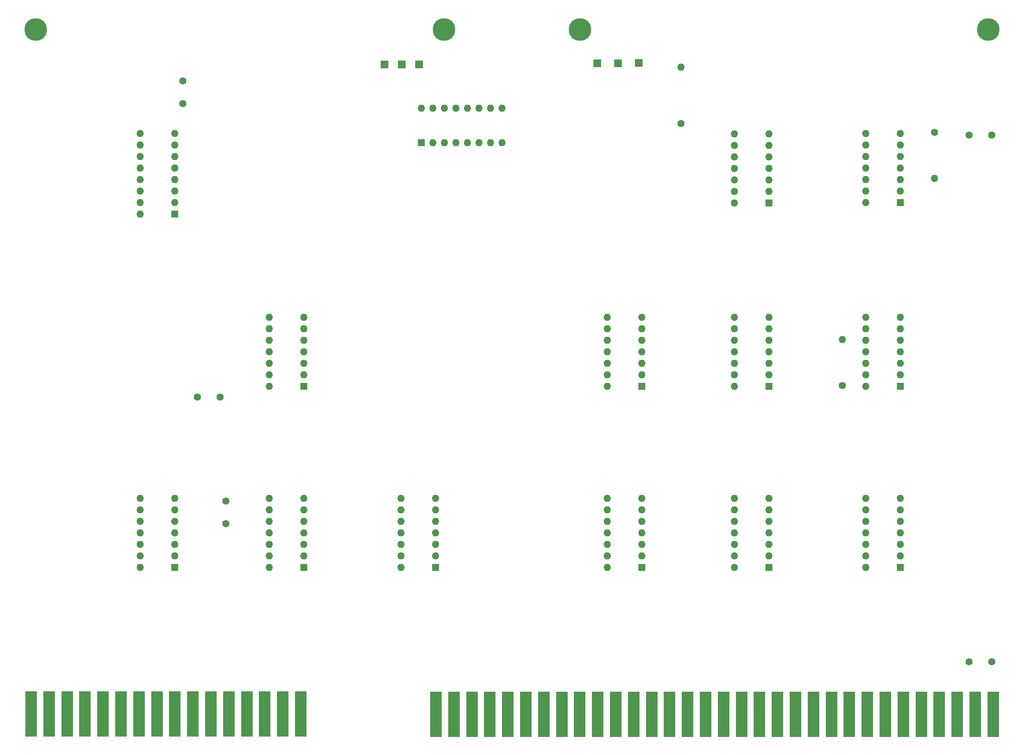
<source format=gbr>
%TF.GenerationSoftware,KiCad,Pcbnew,(6.0.4-0)*%
%TF.CreationDate,2022-10-26T21:30:12+11:00*%
%TF.ProjectId,program counter and adder logic,70726f67-7261-46d2-9063-6f756e746572,rev?*%
%TF.SameCoordinates,Original*%
%TF.FileFunction,Soldermask,Bot*%
%TF.FilePolarity,Negative*%
%FSLAX46Y46*%
G04 Gerber Fmt 4.6, Leading zero omitted, Abs format (unit mm)*
G04 Created by KiCad (PCBNEW (6.0.4-0)) date 2022-10-26 21:30:12*
%MOMM*%
%LPD*%
G01*
G04 APERTURE LIST*
%ADD10R,2.540000X10.000000*%
%ADD11R,1.600000X1.600000*%
%ADD12O,1.600000X1.600000*%
%ADD13R,1.700000X1.700000*%
%ADD14C,1.600000*%
%ADD15C,5.000000*%
G04 APERTURE END LIST*
D10*
%TO.C,J1*%
X251050000Y-174170000D03*
X247087600Y-174170000D03*
X243125200Y-174170000D03*
X239162800Y-174170000D03*
X235200400Y-174170000D03*
X231238000Y-174170000D03*
X227275600Y-174170000D03*
X223313200Y-174170000D03*
X219350800Y-174170000D03*
X215388400Y-174170000D03*
X211426000Y-174170000D03*
X207463600Y-174170000D03*
X203501200Y-174170000D03*
X199538800Y-174170000D03*
X195576400Y-174170000D03*
X191614000Y-174170000D03*
X187651600Y-174170000D03*
X183689200Y-174170000D03*
X179726800Y-174170000D03*
X175764400Y-174170000D03*
X171802000Y-174170000D03*
X167839600Y-174170000D03*
X163877200Y-174170000D03*
X159914800Y-174170000D03*
X155952400Y-174170000D03*
X151990000Y-174170000D03*
X148027600Y-174170000D03*
X144065200Y-174170000D03*
X140102800Y-174170000D03*
X136140400Y-174170000D03*
X132178000Y-174170000D03*
X128215600Y-174170000D03*
%TD*%
%TO.C,J5*%
X98423200Y-174058000D03*
X94460800Y-174058000D03*
X90498400Y-174058000D03*
X86536000Y-174058000D03*
X82573600Y-174058000D03*
X78611200Y-174058000D03*
X74648800Y-174058000D03*
X70686400Y-174058000D03*
X66724000Y-174058000D03*
X62761600Y-174058000D03*
X58799200Y-174058000D03*
X54836800Y-174058000D03*
X50874400Y-174058000D03*
X46912000Y-174058000D03*
X42949600Y-174058000D03*
X38987200Y-174058000D03*
%TD*%
D11*
%TO.C,U5*%
X99120000Y-101740000D03*
D12*
X99120000Y-99200000D03*
X99120000Y-96660000D03*
X99120000Y-94120000D03*
X99120000Y-91580000D03*
X99120000Y-89040000D03*
X99120000Y-86500000D03*
X91500000Y-86500000D03*
X91500000Y-89040000D03*
X91500000Y-91580000D03*
X91500000Y-94120000D03*
X91500000Y-96660000D03*
X91500000Y-99200000D03*
X91500000Y-101740000D03*
%TD*%
D11*
%TO.C,U6*%
X173620000Y-101740000D03*
D12*
X173620000Y-99200000D03*
X173620000Y-96660000D03*
X173620000Y-94120000D03*
X173620000Y-91580000D03*
X173620000Y-89040000D03*
X173620000Y-86500000D03*
X166000000Y-86500000D03*
X166000000Y-89040000D03*
X166000000Y-91580000D03*
X166000000Y-94120000D03*
X166000000Y-96660000D03*
X166000000Y-99200000D03*
X166000000Y-101740000D03*
%TD*%
D11*
%TO.C,U9*%
X70620000Y-141740000D03*
D12*
X70620000Y-139200000D03*
X70620000Y-136660000D03*
X70620000Y-134120000D03*
X70620000Y-131580000D03*
X70620000Y-129040000D03*
X70620000Y-126500000D03*
X63000000Y-126500000D03*
X63000000Y-129040000D03*
X63000000Y-131580000D03*
X63000000Y-134120000D03*
X63000000Y-136660000D03*
X63000000Y-139200000D03*
X63000000Y-141740000D03*
%TD*%
D11*
%TO.C,U10*%
X99120000Y-141740000D03*
D12*
X99120000Y-139200000D03*
X99120000Y-136660000D03*
X99120000Y-134120000D03*
X99120000Y-131580000D03*
X99120000Y-129040000D03*
X99120000Y-126500000D03*
X91500000Y-126500000D03*
X91500000Y-129040000D03*
X91500000Y-131580000D03*
X91500000Y-134120000D03*
X91500000Y-136660000D03*
X91500000Y-139200000D03*
X91500000Y-141740000D03*
%TD*%
D11*
%TO.C,U11*%
X128120000Y-141740000D03*
D12*
X128120000Y-139200000D03*
X128120000Y-136660000D03*
X128120000Y-134120000D03*
X128120000Y-131580000D03*
X128120000Y-129040000D03*
X128120000Y-126500000D03*
X120500000Y-126500000D03*
X120500000Y-129040000D03*
X120500000Y-131580000D03*
X120500000Y-134120000D03*
X120500000Y-136660000D03*
X120500000Y-139200000D03*
X120500000Y-141740000D03*
%TD*%
D11*
%TO.C,U12*%
X173620000Y-141740000D03*
D12*
X173620000Y-139200000D03*
X173620000Y-136660000D03*
X173620000Y-134120000D03*
X173620000Y-131580000D03*
X173620000Y-129040000D03*
X173620000Y-126500000D03*
X166000000Y-126500000D03*
X166000000Y-129040000D03*
X166000000Y-131580000D03*
X166000000Y-134120000D03*
X166000000Y-136660000D03*
X166000000Y-139200000D03*
X166000000Y-141740000D03*
%TD*%
D11*
%TO.C,U13*%
X201620000Y-141740000D03*
D12*
X201620000Y-139200000D03*
X201620000Y-136660000D03*
X201620000Y-134120000D03*
X201620000Y-131580000D03*
X201620000Y-129040000D03*
X201620000Y-126500000D03*
X194000000Y-126500000D03*
X194000000Y-129040000D03*
X194000000Y-131580000D03*
X194000000Y-134120000D03*
X194000000Y-136660000D03*
X194000000Y-139200000D03*
X194000000Y-141740000D03*
%TD*%
D11*
%TO.C,U14*%
X230620000Y-141740000D03*
D12*
X230620000Y-139200000D03*
X230620000Y-136660000D03*
X230620000Y-134120000D03*
X230620000Y-131580000D03*
X230620000Y-129040000D03*
X230620000Y-126500000D03*
X223000000Y-126500000D03*
X223000000Y-129040000D03*
X223000000Y-131580000D03*
X223000000Y-134120000D03*
X223000000Y-136660000D03*
X223000000Y-139200000D03*
X223000000Y-141740000D03*
%TD*%
D13*
%TO.C,J2*%
X116915000Y-30775000D03*
%TD*%
%TO.C,J3*%
X120725000Y-30775000D03*
%TD*%
%TO.C,J4*%
X124535000Y-30775000D03*
%TD*%
%TO.C,J6*%
X172922000Y-30394000D03*
%TD*%
%TO.C,J7*%
X168350000Y-30480000D03*
%TD*%
%TO.C,J8*%
X163778000Y-30500000D03*
%TD*%
D11*
%TO.C,U1*%
X70620000Y-63780000D03*
D12*
X70620000Y-61240000D03*
X70620000Y-58700000D03*
X70620000Y-56160000D03*
X70620000Y-53620000D03*
X70620000Y-51080000D03*
X70620000Y-48540000D03*
X70620000Y-46000000D03*
X63000000Y-46000000D03*
X63000000Y-48540000D03*
X63000000Y-51080000D03*
X63000000Y-53620000D03*
X63000000Y-56160000D03*
X63000000Y-58700000D03*
X63000000Y-61240000D03*
X63000000Y-63780000D03*
%TD*%
D11*
%TO.C,U2*%
X125000000Y-48000000D03*
D12*
X127540000Y-48000000D03*
X130080000Y-48000000D03*
X132620000Y-48000000D03*
X135160000Y-48000000D03*
X137700000Y-48000000D03*
X140240000Y-48000000D03*
X142780000Y-48000000D03*
X142780000Y-40380000D03*
X140240000Y-40380000D03*
X137700000Y-40380000D03*
X135160000Y-40380000D03*
X132620000Y-40380000D03*
X130080000Y-40380000D03*
X127540000Y-40380000D03*
X125000000Y-40380000D03*
%TD*%
D11*
%TO.C,U7*%
X201620000Y-101740000D03*
D12*
X201620000Y-99200000D03*
X201620000Y-96660000D03*
X201620000Y-94120000D03*
X201620000Y-91580000D03*
X201620000Y-89040000D03*
X201620000Y-86500000D03*
X194000000Y-86500000D03*
X194000000Y-89040000D03*
X194000000Y-91580000D03*
X194000000Y-94120000D03*
X194000000Y-96660000D03*
X194000000Y-99200000D03*
X194000000Y-101740000D03*
%TD*%
D14*
%TO.C,R1*%
X238125000Y-45720000D03*
D12*
X238125000Y-55880000D03*
%TD*%
D14*
%TO.C,R2*%
X217805000Y-101600000D03*
D12*
X217805000Y-91440000D03*
%TD*%
D11*
%TO.C,U4*%
X230620000Y-61240000D03*
D12*
X230620000Y-58700000D03*
X230620000Y-56160000D03*
X230620000Y-53620000D03*
X230620000Y-51080000D03*
X230620000Y-48540000D03*
X230620000Y-46000000D03*
X223000000Y-46000000D03*
X223000000Y-48540000D03*
X223000000Y-51080000D03*
X223000000Y-53620000D03*
X223000000Y-56160000D03*
X223000000Y-58700000D03*
X223000000Y-61240000D03*
%TD*%
D11*
%TO.C,U8*%
X230620000Y-101740000D03*
D12*
X230620000Y-99200000D03*
X230620000Y-96660000D03*
X230620000Y-94120000D03*
X230620000Y-91580000D03*
X230620000Y-89040000D03*
X230620000Y-86500000D03*
X223000000Y-86500000D03*
X223000000Y-89040000D03*
X223000000Y-91580000D03*
X223000000Y-94120000D03*
X223000000Y-96660000D03*
X223000000Y-99200000D03*
X223000000Y-101740000D03*
%TD*%
D14*
%TO.C,C1*%
X245745000Y-46355000D03*
X250745000Y-46355000D03*
%TD*%
%TO.C,C2*%
X245745000Y-162560000D03*
X250745000Y-162560000D03*
%TD*%
%TO.C,C3*%
X80645000Y-104140000D03*
X75645000Y-104140000D03*
%TD*%
%TO.C,C4*%
X182245000Y-43815000D03*
D12*
X182245000Y-31315000D03*
%TD*%
D14*
%TO.C,C5*%
X72390000Y-39370000D03*
X72390000Y-34370000D03*
%TD*%
D11*
%TO.C,U3*%
X201620000Y-61340000D03*
D12*
X201620000Y-58800000D03*
X201620000Y-56260000D03*
X201620000Y-53720000D03*
X201620000Y-51180000D03*
X201620000Y-48640000D03*
X201620000Y-46100000D03*
X194000000Y-46100000D03*
X194000000Y-48640000D03*
X194000000Y-51180000D03*
X194000000Y-53720000D03*
X194000000Y-56260000D03*
X194000000Y-58800000D03*
X194000000Y-61340000D03*
%TD*%
D14*
%TO.C,C6*%
X81915000Y-132080000D03*
X81915000Y-127080000D03*
%TD*%
D15*
%TO.C,H1*%
X40000000Y-23000000D03*
X130000000Y-23000000D03*
%TD*%
%TO.C,H2*%
X160000000Y-23000000D03*
X250000000Y-23000000D03*
%TD*%
M02*

</source>
